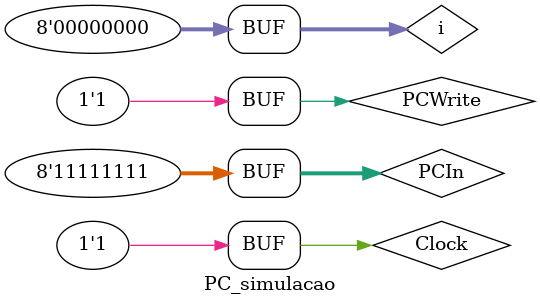
<source format=v>
`include "../src/PC.v"

module PC_simulacao;
  reg [7:0] PCIn, i;
  reg PCWrite, Clock;
  wire [7:0] PCOut;

  initial begin
    Clock <= 1;
    PCIn <= 0;
    PCWrite <= 1;
  end

  initial begin
    $monitor("Time=%0d PCIn=%b PCOut=%b PCWrite=%b Clock=%b",
    $time, PCIn, PCOut, PCWrite, Clock);
    
  end

  always begin
    #1 Clock <= 0;
    #1 Clock <= 1;
  end

  always begin
    #32 PCWrite <= 0;
    #32 PCWrite <= 1;
  end

  always begin

    for (i = 1; i < 256; i = i + 1) begin
      #2 PCIn <= i;
    end

  end

  PC PC1(PCIn, PCOut, PCWrite, Clock);

endmodule
</source>
